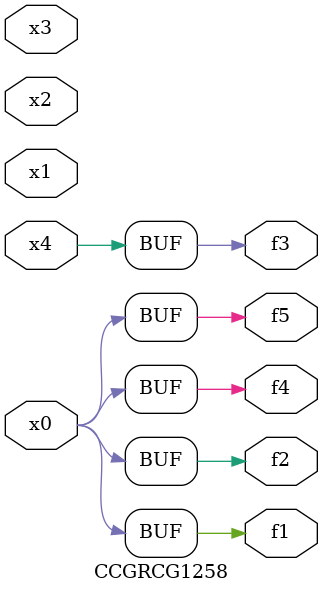
<source format=v>
module CCGRCG1258(
	input x0, x1, x2, x3, x4,
	output f1, f2, f3, f4, f5
);
	assign f1 = x0;
	assign f2 = x0;
	assign f3 = x4;
	assign f4 = x0;
	assign f5 = x0;
endmodule

</source>
